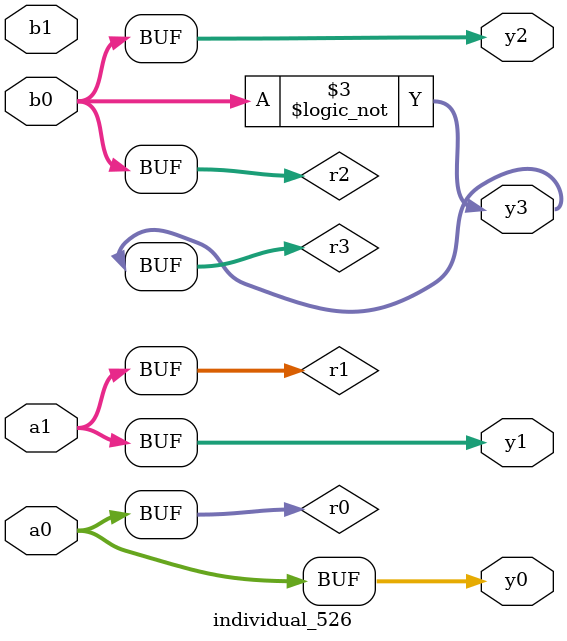
<source format=sv>
module individual_526(input logic [15:0] a1, input logic [15:0] a0, input logic [15:0] b1, input logic [15:0] b0, output logic [15:0] y3, output logic [15:0] y2, output logic [15:0] y1, output logic [15:0] y0);
logic [15:0] r0, r1, r2, r3; 
 always@(*) begin 
	 r0 = a0; r1 = a1; r2 = b0; r3 = b1; 
 	 r3  &=  r3 ;
 	 r3 = ! b0 ;
 	 y3 = r3; y2 = r2; y1 = r1; y0 = r0; 
end
endmodule
</source>
